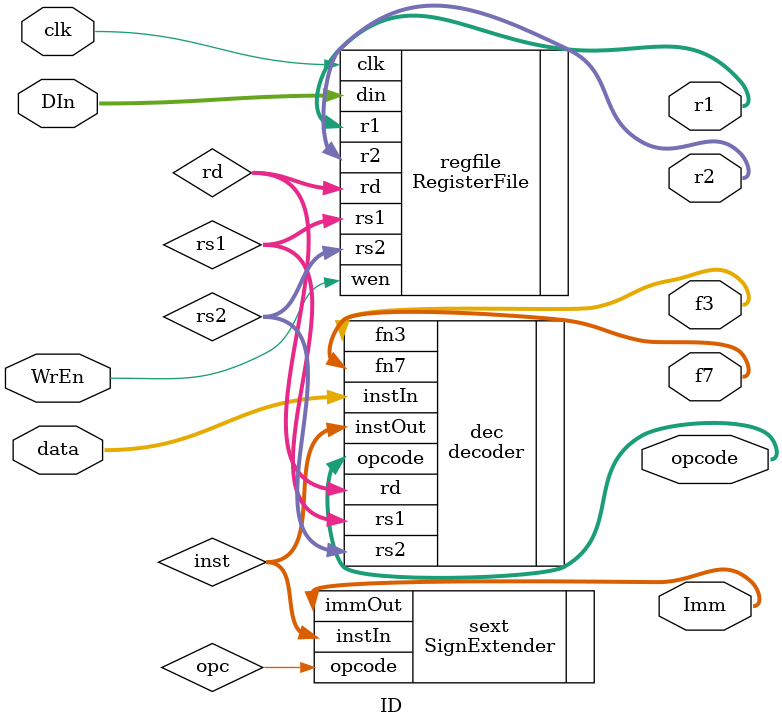
<source format=sv>
module ID(data, f3, f7, opcode, WrEn, Imm, r1, r2, DIn, clk);
	input logic [31:0] data;
	output logic [2:0] f3;
	output logic [6:0] f7;
	output logic [6:0] opcode;
	input bit WrEn;
	input bit clk;
	output logic [31:0] Imm;
	output logic [31:0] r1;
	output logic [31:0] r2;
	input logic [31:0] DIn;
	logic [31:0] inst;
	logic [4:0] rs1;
	logic [4:0] rs2;
	logic [4:0] rd;
	decoder dec(.instIn(data), .opcode(opcode), .instOut(inst), .rs1(rs1), .rs2(rs2), .rd(rd), .fn3(f3), .fn7(f7));
	//decoder dec(.(data), .(opcode), .(inst), .(rs1), .(rs2), .(rd), .(f3), .(f7));
	SignExtender sext(.opcode(opc), .instIn(inst), .immOut(Imm));
	RegisterFile regfile(.din(DIn), .rd(rd), .rs1(rs1), .rs2(rs2), .wen(WrEn), .r1(r1), .r2(r2), .clk(clk));
endmodule
</source>
